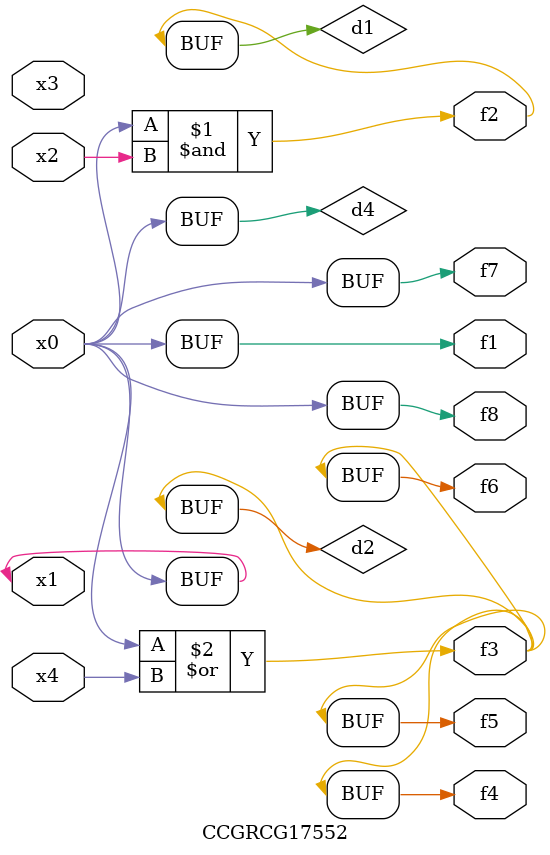
<source format=v>
module CCGRCG17552(
	input x0, x1, x2, x3, x4,
	output f1, f2, f3, f4, f5, f6, f7, f8
);

	wire d1, d2, d3, d4;

	and (d1, x0, x2);
	or (d2, x0, x4);
	nand (d3, x0, x2);
	buf (d4, x0, x1);
	assign f1 = d4;
	assign f2 = d1;
	assign f3 = d2;
	assign f4 = d2;
	assign f5 = d2;
	assign f6 = d2;
	assign f7 = d4;
	assign f8 = d4;
endmodule

</source>
